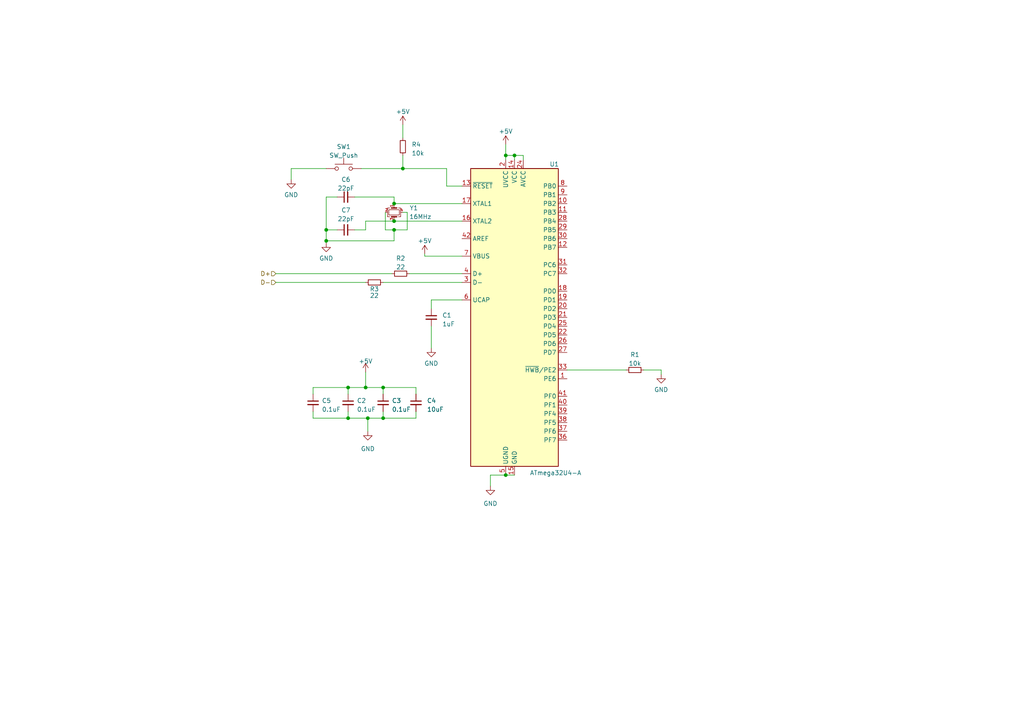
<source format=kicad_sch>
(kicad_sch (version 20230121) (generator eeschema)
  (paper "A4")
  (lib_symbols
    (symbol "Device:C_Small" (pin_numbers hide) (pin_names (offset 0.254) hide)
      (property "Reference" "C" (at 0.254 1.778 0))
      (property "Value" "C_Small" (at 0.254 -2.032 0))
      (symbol "C_Small_0_1"
        (polyline (pts (xy -1.524 -0.508) (xy 1.524 -0.508)) (stroke (width 0.3302)))
        (polyline (pts (xy -1.524 0.508) (xy 1.524 0.508)) (stroke (width 0.3048)))
      )
      (symbol "C_Small_1_1"
        (pin passive line (at 0 2.54 270) (length 2.032) (name "~") (number "1"))
        (pin passive line (at 0 -2.54 90) (length 2.032) (name "~") (number "2"))
      )
    )
    (symbol "Device:Crystal_GND24_Small" (pin_names (offset 1.016) hide)
      (property "Reference" "Y" (at 1.27 4.445 0))
      (property "Value" "Crystal_GND24_Small" (at 1.27 2.54 0))
      (symbol "Crystal_GND24_Small_0_1"
        (rectangle (start -0.762 -1.524) (end 0.762 1.524))
        (polyline (pts (xy -1.27 -0.762) (xy -1.27 0.762)) (stroke (width 0.381)))
        (polyline (pts (xy 1.27 -0.762) (xy 1.27 0.762)) (stroke (width 0.381)))
        (polyline (pts (xy -1.27 -1.27) (xy -1.27 -1.905) (xy 1.27 -1.905) (xy 1.27 -1.27)))
        (polyline (pts (xy -1.27 1.27) (xy -1.27 1.905) (xy 1.27 1.905) (xy 1.27 1.27)))
      )
      (symbol "Crystal_GND24_Small_1_1"
        (pin passive line (at -2.54 0 0) (length 1.27) (name "1") (number "1"))
        (pin passive line (at 0 -2.54 90) (length 0.635) (name "2") (number "2"))
        (pin passive line (at 2.54 0 180) (length 1.27) (name "3") (number "3"))
        (pin passive line (at 0 2.54 270) (length 0.635) (name "4") (number "4"))
      )
    )
    (symbol "Device:R_Small" (pin_numbers hide) (pin_names (offset 0.254) hide)
      (property "Reference" "R" (at 0.762 0.508 0))
      (property "Value" "R_Small" (at 0.762 -1.016 0))
      (symbol "R_Small_0_1"
        (rectangle (start -0.762 1.778) (end 0.762 -1.778) (stroke (width 0.2032)))
      )
      (symbol "R_Small_1_1"
        (pin passive line (at 0 2.54 270) (length 0.762) (name "~") (number "1"))
        (pin passive line (at 0 -2.54 90) (length 0.762) (name "~") (number "2"))
      )
    )
    (symbol "MCU_Microchip_ATmega:ATmega32U4-A"
      (property "Reference" "U" (at -12.7 44.45 0))
      (property "Value" "ATmega32U4-A" (at 2.54 -44.45 0))
      (symbol "ATmega32U4-A_0_1"
        (rectangle (start -12.7 -43.18) (end 12.7 43.18) (stroke (width 0.254)) (fill (type background)))
      )
      (symbol "ATmega32U4-A_1_1"
        (pin bidirectional line (at 15.24 -17.78 180) (length 2.54) (name "PE6") (number "1"))
        (pin bidirectional line (at 15.24 33.02 180) (length 2.54) (name "PB2") (number "10"))
        (pin bidirectional line (at 15.24 30.48 180) (length 2.54) (name "PB3") (number "11"))
        (pin bidirectional line (at 15.24 20.32 180) (length 2.54) (name "PB7") (number "12"))
        (pin input line (at -15.24 38.1 0) (length 2.54) (name "~{RESET}") (number "13"))
        (pin power_in line (at 0 45.72 270) (length 2.54) (name "VCC") (number "14"))
        (pin power_in line (at 0 -45.72 90) (length 2.54) (name "GND") (number "15"))
        (pin output line (at -15.24 27.94 0) (length 2.54) (name "XTAL2") (number "16"))
        (pin input line (at -15.24 33.02 0) (length 2.54) (name "XTAL1") (number "17"))
        (pin bidirectional line (at 15.24 7.62 180) (length 2.54) (name "PD0") (number "18"))
        (pin bidirectional line (at 15.24 5.08 180) (length 2.54) (name "PD1") (number "19"))
        (pin power_in line (at -2.54 45.72 270) (length 2.54) (name "UVCC") (number "2"))
        (pin bidirectional line (at 15.24 2.54 180) (length 2.54) (name "PD2") (number "20"))
        (pin bidirectional line (at 15.24 0 180) (length 2.54) (name "PD3") (number "21"))
        (pin bidirectional line (at 15.24 -5.08 180) (length 2.54) (name "PD5") (number "22"))
        (pin passive line (at 0 -45.72 90) (length 2.54) hide (name "GND") (number "23"))
        (pin power_in line (at 2.54 45.72 270) (length 2.54) (name "AVCC") (number "24"))
        (pin bidirectional line (at 15.24 -2.54 180) (length 2.54) (name "PD4") (number "25"))
        (pin bidirectional line (at 15.24 -7.62 180) (length 2.54) (name "PD6") (number "26"))
        (pin bidirectional line (at 15.24 -10.16 180) (length 2.54) (name "PD7") (number "27"))
        (pin bidirectional line (at 15.24 27.94 180) (length 2.54) (name "PB4") (number "28"))
        (pin bidirectional line (at 15.24 25.4 180) (length 2.54) (name "PB5") (number "29"))
        (pin bidirectional line (at -15.24 10.16 0) (length 2.54) (name "D-") (number "3"))
        (pin bidirectional line (at 15.24 22.86 180) (length 2.54) (name "PB6") (number "30"))
        (pin bidirectional line (at 15.24 15.24 180) (length 2.54) (name "PC6") (number "31"))
        (pin bidirectional line (at 15.24 12.7 180) (length 2.54) (name "PC7") (number "32"))
        (pin bidirectional line (at 15.24 -15.24 180) (length 2.54) (name "~{HWB}/PE2") (number "33"))
        (pin passive line (at 0 45.72 270) (length 2.54) hide (name "VCC") (number "34"))
        (pin passive line (at 0 -45.72 90) (length 2.54) hide (name "GND") (number "35"))
        (pin bidirectional line (at 15.24 -35.56 180) (length 2.54) (name "PF7") (number "36"))
        (pin bidirectional line (at 15.24 -33.02 180) (length 2.54) (name "PF6") (number "37"))
        (pin bidirectional line (at 15.24 -30.48 180) (length 2.54) (name "PF5") (number "38"))
        (pin bidirectional line (at 15.24 -27.94 180) (length 2.54) (name "PF4") (number "39"))
        (pin bidirectional line (at -15.24 12.7 0) (length 2.54) (name "D+") (number "4"))
        (pin bidirectional line (at 15.24 -25.4 180) (length 2.54) (name "PF1") (number "40"))
        (pin bidirectional line (at 15.24 -22.86 180) (length 2.54) (name "PF0") (number "41"))
        (pin passive line (at -15.24 22.86 0) (length 2.54) (name "AREF") (number "42"))
        (pin passive line (at 0 -45.72 90) (length 2.54) hide (name "GND") (number "43"))
        (pin passive line (at 2.54 45.72 270) (length 2.54) hide (name "AVCC") (number "44"))
        (pin passive line (at -2.54 -45.72 90) (length 2.54) (name "UGND") (number "5"))
        (pin passive line (at -15.24 5.08 0) (length 2.54) (name "UCAP") (number "6"))
        (pin input line (at -15.24 17.78 0) (length 2.54) (name "VBUS") (number "7"))
        (pin bidirectional line (at 15.24 38.1 180) (length 2.54) (name "PB0") (number "8"))
        (pin bidirectional line (at 15.24 35.56 180) (length 2.54) (name "PB1") (number "9"))
      )
    )
    (symbol "Switch:SW_Push" (pin_numbers hide) (pin_names (offset 1.016) hide)
      (property "Reference" "SW" (at 1.27 2.54 0))
      (property "Value" "SW_Push" (at 0 -1.524 0))
      (symbol "SW_Push_0_1"
        (circle (center -2.032 0) (radius 0.508))
        (polyline (pts (xy 0 1.27) (xy 0 3.048)))
        (polyline (pts (xy 2.54 1.27) (xy -2.54 1.27)))
        (circle (center 2.032 0) (radius 0.508))
        (pin passive line (at -5.08 0 0) (length 2.54) (name "1") (number "1"))
        (pin passive line (at 5.08 0 180) (length 2.54) (name "2") (number "2"))
      )
    )
    (symbol "power:+5V" (power) (pin_names (offset 0))
      (property "Value" "+5V" (at 0 3.556 0))
      (symbol "+5V_0_1"
        (polyline (pts (xy -0.762 1.27) (xy 0 2.54)))
        (polyline (pts (xy 0 0) (xy 0 2.54)))
        (polyline (pts (xy 0 2.54) (xy 0.762 1.27)))
      )
      (symbol "+5V_1_1"
        (pin power_in line (at 0 0 90) (length 0) hide (name "+5V") (number "1"))
      )
    )
    (symbol "power:GND" (power) (pin_names (offset 0))
      (property "Value" "GND" (at 0 -3.81 0))
      (symbol "GND_0_1"
        (polyline (pts (xy 0 0) (xy 0 -1.27) (xy 1.27 -1.27) (xy 0 -2.54) (xy -1.27 -1.27) (xy 0 -1.27)))
      )
      (symbol "GND_1_1"
        (pin power_in line (at 0 0 270) (length 0) hide (name "GND") (number "1"))
      )
    )
  )
  (junction (at 100.965 112.395))
  (junction (at 111.125 112.395))
  (junction (at 149.225 45.085))
  (junction (at 146.685 137.795))
  (junction (at 106.045 112.395))
  (junction (at 94.615 69.85))
  (junction (at 116.84 48.895))
  (junction (at 111.125 121.285))
  (junction (at 106.68 121.285))
  (junction (at 94.615 66.675))
  (junction (at 114.3 59.055))
  (junction (at 100.965 121.285))
  (junction (at 146.685 45.085))
  (junction (at 114.3 66.675))
  (junction (at 114.3 64.135))
  (wire (pts (xy 151.765 45.085) (xy 151.765 46.355)))
  (wire (pts (xy 102.87 57.15) (xy 114.3 57.15)))
  (wire (pts (xy 191.77 107.315) (xy 191.77 108.585)))
  (wire (pts (xy 123.19 74.295) (xy 133.985 74.295)))
  (wire (pts (xy 97.79 57.15) (xy 94.615 57.15)))
  (wire (pts (xy 106.045 112.395) (xy 111.125 112.395)))
  (wire (pts (xy 106.045 66.675) (xy 106.045 64.135)))
  (wire (pts (xy 100.965 121.285) (xy 106.68 121.285)))
  (wire (pts (xy 114.3 66.675) (xy 111.76 66.675)))
  (wire (pts (xy 111.76 66.675) (xy 111.76 61.595)))
  (wire (pts (xy 149.225 45.085) (xy 151.765 45.085)))
  (wire (pts (xy 118.745 79.375) (xy 133.985 79.375)))
  (wire (pts (xy 114.3 57.15) (xy 114.3 59.055)))
  (wire (pts (xy 114.3 59.055) (xy 133.985 59.055)))
  (wire (pts (xy 111.125 112.395) (xy 120.65 112.395)))
  (wire (pts (xy 114.3 64.135) (xy 133.985 64.135)))
  (wire (pts (xy 111.125 81.915) (xy 133.985 81.915)))
  (wire (pts (xy 118.11 66.675) (xy 114.3 66.675)))
  (wire (pts (xy 100.965 119.38) (xy 100.965 121.285)))
  (wire (pts (xy 149.225 45.085) (xy 149.225 46.355)))
  (wire (pts (xy 94.615 57.15) (xy 94.615 66.675)))
  (wire (pts (xy 116.84 61.595) (xy 118.11 61.595)))
  (wire (pts (xy 90.805 119.38) (xy 90.805 121.285)))
  (wire (pts (xy 116.84 45.085) (xy 116.84 48.895)))
  (wire (pts (xy 106.045 64.135) (xy 114.3 64.135)))
  (wire (pts (xy 102.87 66.675) (xy 106.045 66.675)))
  (wire (pts (xy 94.615 48.895) (xy 84.455 48.895)))
  (wire (pts (xy 114.3 69.85) (xy 114.3 66.675)))
  (wire (pts (xy 125.095 89.535) (xy 125.095 86.995)))
  (wire (pts (xy 94.615 69.85) (xy 114.3 69.85)))
  (wire (pts (xy 111.125 121.285) (xy 120.65 121.285)))
  (wire (pts (xy 84.455 48.895) (xy 84.455 52.07)))
  (wire (pts (xy 100.965 112.395) (xy 100.965 114.3)))
  (wire (pts (xy 142.24 140.97) (xy 142.24 137.795)))
  (wire (pts (xy 111.125 112.395) (xy 111.125 114.3)))
  (wire (pts (xy 106.68 121.285) (xy 111.125 121.285)))
  (wire (pts (xy 116.84 48.895) (xy 129.54 48.895)))
  (wire (pts (xy 116.84 36.195) (xy 116.84 40.005)))
  (wire (pts (xy 125.095 94.615) (xy 125.095 100.965)))
  (wire (pts (xy 120.65 112.395) (xy 120.65 114.3)))
  (wire (pts (xy 146.685 41.91) (xy 146.685 45.085)))
  (wire (pts (xy 142.24 137.795) (xy 146.685 137.795)))
  (wire (pts (xy 146.685 137.795) (xy 149.225 137.795)))
  (wire (pts (xy 123.19 73.66) (xy 123.19 74.295)))
  (wire (pts (xy 133.985 53.975) (xy 129.54 53.975)))
  (wire (pts (xy 90.805 121.285) (xy 100.965 121.285)))
  (wire (pts (xy 94.615 66.675) (xy 94.615 69.85)))
  (wire (pts (xy 80.01 81.915) (xy 106.045 81.915)))
  (wire (pts (xy 164.465 107.315) (xy 181.61 107.315)))
  (wire (pts (xy 120.65 121.285) (xy 120.65 119.38)))
  (wire (pts (xy 146.685 45.085) (xy 146.685 46.355)))
  (wire (pts (xy 106.045 107.95) (xy 106.045 112.395)))
  (wire (pts (xy 186.69 107.315) (xy 191.77 107.315)))
  (wire (pts (xy 146.685 45.085) (xy 149.225 45.085)))
  (wire (pts (xy 100.965 112.395) (xy 106.045 112.395)))
  (wire (pts (xy 94.615 69.85) (xy 94.615 70.485)))
  (wire (pts (xy 90.805 114.3) (xy 90.805 112.395)))
  (wire (pts (xy 125.095 86.995) (xy 133.985 86.995)))
  (wire (pts (xy 129.54 53.975) (xy 129.54 48.895)))
  (wire (pts (xy 94.615 66.675) (xy 97.79 66.675)))
  (wire (pts (xy 106.68 121.285) (xy 106.68 125.095)))
  (wire (pts (xy 118.11 61.595) (xy 118.11 66.675)))
  (wire (pts (xy 104.775 48.895) (xy 116.84 48.895)))
  (wire (pts (xy 90.805 112.395) (xy 100.965 112.395)))
  (wire (pts (xy 111.125 119.38) (xy 111.125 121.285)))
  (wire (pts (xy 80.01 79.375) (xy 113.665 79.375)))
  (hierarchical_label "D+" (shape input) (at 80.01 79.375 180))
  (hierarchical_label "D-" (shape input) (at 80.01 81.915 180))
  (symbol (lib_id "power:+5V") (at 116.84 36.195 0) (unit 1)
    (property "Reference" "#PWR010" (effects hide))
    (property "Value" "+5V" (at 116.84 32.385 0))
  )
  (symbol (lib_id "power:GND") (at 106.68 125.095 0) (unit 1)
    (property "Reference" "#PWR06" (effects hide))
    (property "Value" "GND" (at 106.68 130.175 0))
  )
  (symbol (lib_id "Device:C_Small") (at 120.65 116.84 0) (unit 1)
    (property "Reference" "C4" (at 123.825 116.2113 0) (effects (justify left)))
    (property "Value" "10uF" (at 123.825 118.7513 0) (effects (justify left)))
  )
  (symbol (lib_id "Device:C_Small") (at 100.33 57.15 90) (unit 1)
    (property "Reference" "C6" (at 100.3363 52.07 90))
    (property "Value" "22pF" (at 100.3363 54.61 90))
  )
  (symbol (lib_id "power:GND") (at 142.24 140.97 0) (unit 1)
    (property "Reference" "#PWR02" (effects hide))
    (property "Value" "GND" (at 142.24 146.05 0))
  )
  (symbol (lib_id "power:+5V") (at 123.19 73.66 0) (unit 1)
    (property "Reference" "#PWR07" (effects hide))
    (property "Value" "+5V" (at 123.19 69.85 0))
  )
  (symbol (lib_id "Switch:SW_Push") (at 99.695 48.895 0) (unit 1)
    (property "Reference" "SW1" (at 99.695 42.545 0))
    (property "Value" "SW_Push" (at 99.695 45.085 0))
  )
  (symbol (lib_id "Device:C_Small") (at 125.095 92.075 0) (unit 1)
    (property "Reference" "C1" (at 128.27 91.4463 0) (effects (justify left)))
    (property "Value" "1uF" (at 128.27 93.9863 0) (effects (justify left)))
  )
  (symbol (lib_id "power:GND") (at 94.615 70.485 0) (unit 1)
    (property "Reference" "#PWR08" (effects hide))
    (property "Value" "GND" (at 94.615 74.93 0))
  )
  (symbol (lib_id "Device:C_Small") (at 90.805 116.84 0) (unit 1)
    (property "Reference" "C5" (at 93.345 116.2113 0) (effects (justify left)))
    (property "Value" "0.1uF" (at 93.345 118.7513 0) (effects (justify left)))
  )
  (symbol (lib_id "Device:C_Small") (at 100.33 66.675 90) (unit 1)
    (property "Reference" "C7" (at 100.3363 60.96 90))
    (property "Value" "22pF" (at 100.3363 63.5 90))
  )
  (symbol (lib_id "power:GND") (at 84.455 52.07 0) (unit 1)
    (property "Reference" "#PWR09" (effects hide))
    (property "Value" "GND" (at 84.455 56.515 0))
  )
  (symbol (lib_id "Device:R_Small") (at 184.15 107.315 90) (unit 1)
    (property "Reference" "R1" (at 184.15 102.87 90))
    (property "Value" "10k" (at 184.15 105.41 90))
  )
  (symbol (lib_id "power:GND") (at 191.77 108.585 0) (unit 1)
    (property "Reference" "#PWR03" (effects hide))
    (property "Value" "GND" (at 191.77 113.03 0))
  )
  (symbol (lib_id "Device:Crystal_GND24_Small") (at 114.3 61.595 270) (unit 1)
    (property "Reference" "Y1" (at 120.015 60.325 90))
    (property "Value" "16MHz" (at 121.92 62.865 90))
  )
  (symbol (lib_id "MCU_Microchip_ATmega:ATmega32U4-A") (at 149.225 92.075 0) (unit 1)
    (property "Reference" "U1" (at 159.385 47.625 0) (effects (justify left)))
    (property "Value" "ATmega32U4-A" (at 153.67 137.16 0) (effects (justify left)))
    (property "Footprint" "Package_QFP:TQFP-44_10x10mm_P0.8mm" (effects hide))
    (property "Datasheet" "http://ww1.microchip.com/downloads/en/DeviceDoc/Atmel-7766-8-bit-AVR-ATmega16U4-32U4_Datasheet.pdf" (effects hide))
  )
  (symbol (lib_id "Device:R_Small") (at 116.205 79.375 90) (unit 1)
    (property "Reference" "R2" (at 116.205 74.93 90))
    (property "Value" "22" (at 116.205 77.47 90))
  )
  (symbol (lib_id "Device:R_Small") (at 108.585 81.915 90) (unit 1)
    (property "Reference" "R3" (at 108.585 83.82 90))
    (property "Value" "22" (at 108.585 85.725 90))
  )
  (symbol (lib_id "Device:R_Small") (at 116.84 42.545 0) (unit 1)
    (property "Reference" "R4" (at 119.38 41.91 0) (effects (justify left)))
    (property "Value" "10k" (at 119.38 44.45 0) (effects (justify left)))
  )
  (symbol (lib_id "Device:C_Small") (at 100.965 116.84 0) (unit 1)
    (property "Reference" "C2" (at 103.505 116.2113 0) (effects (justify left)))
    (property "Value" "0.1uF" (at 103.505 118.7513 0) (effects (justify left)))
  )
  (symbol (lib_id "power:+5V") (at 106.045 107.95 0) (unit 1)
    (property "Reference" "#PWR05" (effects hide))
    (property "Value" "+5V" (at 106.045 104.775 0))
  )
  (symbol (lib_id "Device:C_Small") (at 111.125 116.84 0) (unit 1)
    (property "Reference" "C3" (at 113.665 116.2113 0) (effects (justify left)))
    (property "Value" "0.1uF" (at 113.665 118.7513 0) (effects (justify left)))
  )
  (symbol (lib_id "power:+5V") (at 146.685 41.91 0) (unit 1)
    (property "Reference" "#PWR01" (effects hide))
    (property "Value" "+5V" (at 146.685 38.1 0))
  )
  (symbol (lib_id "power:GND") (at 125.095 100.965 0) (unit 1)
    (property "Reference" "#PWR04" (effects hide))
    (property "Value" "GND" (at 125.095 105.41 0))
  )
)
</source>
